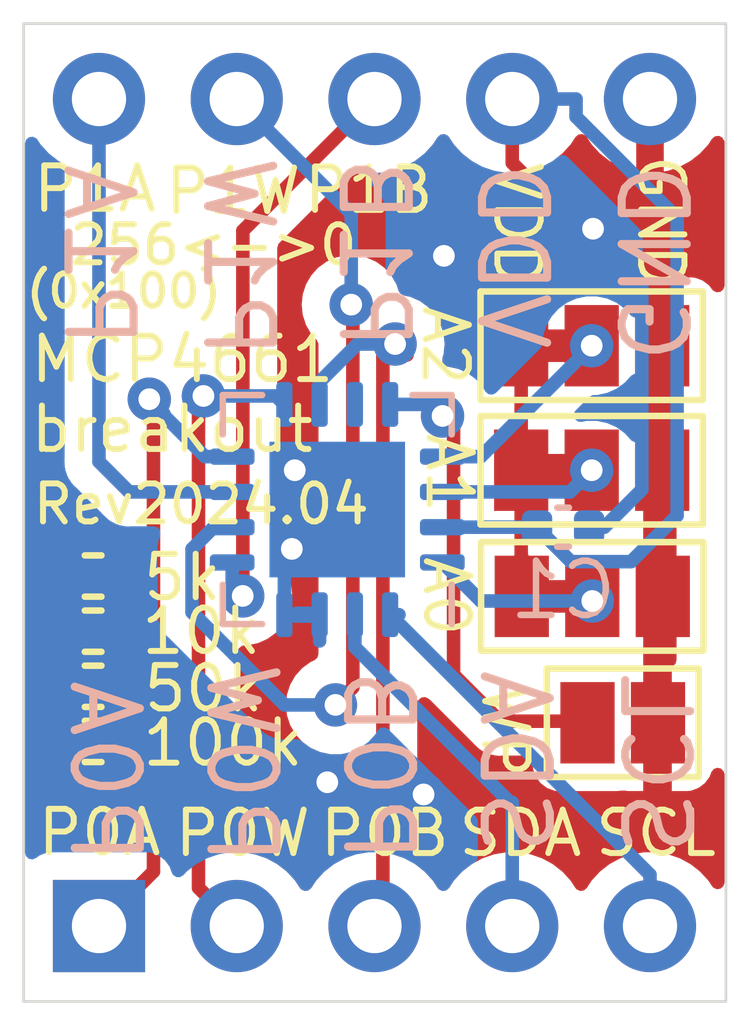
<source format=kicad_pcb>
(kicad_pcb (version 20221018) (generator pcbnew)
  (layers (0 "F.Cu" signal) (31 "B.Cu" signal) (34 "B.Paste" user) (35 "F.Paste" user) (36 "B.SilkS" user "B.Silkscreen") (37 "F.SilkS" user "F.Silkscreen") (38 "B.Mask" user) (39 "F.Mask" user) (44 "Edge.Cuts" user))
  (net 0 "")
  (net 1 "/A1")
  (net 2 "/P1A")
  (net 3 "/P1W")
  (net 4 "VDD")
  (net 5 "/SCL")
  (net 6 "/SDA")
  (net 7 "GND")
  (net 8 "/P1B")
  (net 9 "/P0A")
  (net 10 "/A0")
  (net 12 "/WP")
  (net 13 "/A2")
  (net 14 "/P0W")
  (net 15 "/P0B")
  (net 16 "Net-(R1-Pad1)")
  (net 17 "Net-(R1-Pad2)")
  (footprint "Resistor_SMD:R_0402_1005Metric" (layer "F.Cu") (at 151.382 78.232)
    (fp_text reference "R3" hide)
    (fp_text value "50k" (at 2.034 0.043) (layer "F.SilkS") (effects (font (size 0.8 0.8) (thickness 0.11))))
    (fp_line (start -0.153641 -0.38) (end 0.153641 -0.38) (stroke (width 0.12)) (layer "F.SilkS"))
    (fp_line (start -0.153641 0.38) (end 0.153641 0.38) (stroke (width 0.12)) (layer "F.SilkS"))
    (pad "1" smd roundrect (at -0.51 0) (size 0.54 0.64) (layers "F.Cu" "F.Paste" "F.Mask") (net 16 "Net-(R1-Pad1)"))
    (pad "2" smd roundrect (at 0.51 0) (size 0.54 0.64) (layers "F.Cu" "F.Paste" "F.Mask") (net 17 "Net-(R1-Pad2)"))
  )
  (footprint "asukiaaa-kicad-footprints:SolderJumper-3_P1.3mm_Bridged12_Pad1.0x1.5mm_without_1pad_marker" (layer "F.Cu") (at 160.575 71.956)
    (fp_text reference "JP3" hide)
    (fp_text value "A2" (at -2.7 -0.006 270 unlocked) (layer "F.SilkS") (effects (font (size 0.8 0.8) (thickness 0.11))))
    (fp_poly (pts (xy -0.9 -0.3) (xy -0.4 -0.3) (xy -0.4 0.3) (xy -0.9 0.3)) (fill solid) (layer "F.Cu"))
    (fp_line (start -2.05 -1) (end 2.05 -1) (stroke (width 0.12)) (layer "F.SilkS"))
    (fp_line (start -2.05 1) (end -2.05 -1) (stroke (width 0.12)) (layer "F.SilkS"))
    (fp_line (start 2.05 -1) (end 2.05 1) (stroke (width 0.12)) (layer "F.SilkS"))
    (fp_line (start 2.05 1) (end -2.05 1) (stroke (width 0.12)) (layer "F.SilkS"))
    (pad "1" smd rect (at -1.3 0) (size 1 1.5) (layers "F.Cu" "F.Mask") (net 4 "VDD"))
    (pad "2" smd rect (at 0 0) (size 1 1.5) (layers "F.Cu" "F.Mask") (net 13 "/A2"))
    (pad "3" smd rect (at 1.3 0) (size 1 1.5) (layers "F.Cu" "F.Mask") (net 7 "GND"))
  )
  (footprint "Resistor_SMD:R_0402_1005Metric" (layer "F.Cu") (at 151.382 76.2)
    (fp_text reference "R1" hide)
    (fp_text value "5k" (at 1.643 0.025) (layer "F.SilkS") (effects (font (size 0.8 0.8) (thickness 0.11))))
    (fp_line (start -0.153641 -0.38) (end 0.153641 -0.38) (stroke (width 0.12)) (layer "F.SilkS"))
    (fp_line (start -0.153641 0.38) (end 0.153641 0.38) (stroke (width 0.12)) (layer "F.SilkS"))
    (pad "1" smd roundrect (at -0.51 0) (size 0.54 0.64) (layers "F.Cu" "F.Paste" "F.Mask") (net 16 "Net-(R1-Pad1)"))
    (pad "2" smd roundrect (at 0.51 0) (size 0.54 0.64) (layers "F.Cu" "F.Paste" "F.Mask") (net 17 "Net-(R1-Pad2)"))
  )
  (footprint "asukiaaa-kicad-footprints:SolderJumper-3_P1.3mm_Bridged12_Pad1.0x1.5mm_without_1pad_marker" (layer "F.Cu") (at 160.575 74.25)
    (fp_text reference "JP2" hide)
    (fp_text value "A1" (at -2.625 0.05 270 unlocked) (layer "F.SilkS") (effects (font (size 0.8 0.8) (thickness 0.11))))
    (fp_poly (pts (xy -0.9 -0.3) (xy -0.4 -0.3) (xy -0.4 0.3) (xy -0.9 0.3)) (fill solid) (layer "F.Cu"))
    (fp_line (start -2.05 -1) (end 2.05 -1) (stroke (width 0.12)) (layer "F.SilkS"))
    (fp_line (start -2.05 1) (end -2.05 -1) (stroke (width 0.12)) (layer "F.SilkS"))
    (fp_line (start 2.05 -1) (end 2.05 1) (stroke (width 0.12)) (layer "F.SilkS"))
    (fp_line (start 2.05 1) (end -2.05 1) (stroke (width 0.12)) (layer "F.SilkS"))
    (pad "1" smd rect (at -1.3 0) (size 1 1.5) (layers "F.Cu" "F.Mask") (net 4 "VDD"))
    (pad "2" smd rect (at 0 0) (size 1 1.5) (layers "F.Cu" "F.Mask") (net 1 "/A1"))
    (pad "3" smd rect (at 1.3 0) (size 1 1.5) (layers "F.Cu" "F.Mask") (net 7 "GND"))
  )
  (footprint "asukiaaa-kicad-footprints:SolderJumper-3_P1.3mm_Bridged12_Pad1.0x1.5mm_without_1pad_marker" (layer "F.Cu") (at 160.586 76.575)
    (fp_text reference "JP1" hide)
    (fp_text value "A0" (at -2.686 0 270 unlocked) (layer "F.SilkS") (effects (font (size 0.8 0.8) (thickness 0.11))))
    (fp_poly (pts (xy -0.9 -0.3) (xy -0.4 -0.3) (xy -0.4 0.3) (xy -0.9 0.3)) (fill solid) (layer "F.Cu"))
    (fp_line (start -2.05 -1) (end 2.05 -1) (stroke (width 0.12)) (layer "F.SilkS"))
    (fp_line (start -2.05 1) (end -2.05 -1) (stroke (width 0.12)) (layer "F.SilkS"))
    (fp_line (start 2.05 -1) (end 2.05 1) (stroke (width 0.12)) (layer "F.SilkS"))
    (fp_line (start 2.05 1) (end -2.05 1) (stroke (width 0.12)) (layer "F.SilkS"))
    (pad "1" smd rect (at -1.3 0) (size 1 1.5) (layers "F.Cu" "F.Mask") (net 4 "VDD"))
    (pad "2" smd rect (at 0 0) (size 1 1.5) (layers "F.Cu" "F.Mask") (net 10 "/A0"))
    (pad "3" smd rect (at 1.3 0) (size 1 1.5) (layers "F.Cu" "F.Mask") (net 7 "GND"))
  )
  (footprint "Resistor_SMD:R_0402_1005Metric" (layer "F.Cu") (at 151.382 77.216)
    (fp_text reference "R2" hide)
    (fp_text value "10k" (at 1.993 0) (layer "F.SilkS") (effects (font (size 0.8 0.8) (thickness 0.11))))
    (fp_line (start -0.153641 -0.38) (end 0.153641 -0.38) (stroke (width 0.12)) (layer "F.SilkS"))
    (fp_line (start -0.153641 0.38) (end 0.153641 0.38) (stroke (width 0.12)) (layer "F.SilkS"))
    (pad "1" smd roundrect (at -0.51 0) (size 0.54 0.64) (layers "F.Cu" "F.Paste" "F.Mask") (net 16 "Net-(R1-Pad1)"))
    (pad "2" smd roundrect (at 0.51 0) (size 0.54 0.64) (layers "F.Cu" "F.Paste" "F.Mask") (net 17 "Net-(R1-Pad2)"))
  )
  (footprint "Resistor_SMD:R_0402_1005Metric" (layer "F.Cu") (at 151.382 79.248)
    (fp_text reference "R4" hide)
    (fp_text value "100k" (at 2.393 0.027) (layer "F.SilkS") (effects (font (size 0.8 0.8) (thickness 0.11))))
    (fp_line (start -0.153641 -0.38) (end 0.153641 -0.38) (stroke (width 0.12)) (layer "F.SilkS"))
    (fp_line (start -0.153641 0.38) (end 0.153641 0.38) (stroke (width 0.12)) (layer "F.SilkS"))
    (pad "1" smd roundrect (at -0.51 0) (size 0.54 0.64) (layers "F.Cu" "F.Paste" "F.Mask") (net 16 "Net-(R1-Pad1)"))
    (pad "2" smd roundrect (at 0.51 0) (size 0.54 0.64) (layers "F.Cu" "F.Paste" "F.Mask") (net 17 "Net-(R1-Pad2)"))
  )
  (footprint "Jumper:SolderJumper-2_P1.3mm_Open_Pad1.0x1.5mm" (layer "F.Cu") (at 161.148 78.904)
    (fp_text reference "JP5" hide)
    (fp_text value "WP" (at -2.173 0.152 270 unlocked) (layer "F.SilkS") (effects (font (size 0.8 0.8) (thickness 0.11))))
    (fp_line (start -1.4 -1) (end 1.4 -1) (stroke (width 0.12)) (layer "F.SilkS"))
    (fp_line (start -1.4 1) (end -1.4 -1) (stroke (width 0.12)) (layer "F.SilkS"))
    (fp_line (start 1.4 -1) (end 1.4 1) (stroke (width 0.12)) (layer "F.SilkS"))
    (fp_line (start 1.4 1) (end -1.4 1) (stroke (width 0.12)) (layer "F.SilkS"))
    (pad "1" smd rect (at -0.65 0) (size 1 1.5) (layers "F.Cu" "F.Mask") (net 12 "/WP"))
    (pad "2" smd rect (at 0.65 0) (size 1 1.5) (layers "F.Cu" "F.Mask") (net 7 "GND"))
  )
  (footprint "Capacitor_SMD:C_0402_1005Metric" (layer "B.Cu") (at 160.048 75.3)
    (fp_text reference "C1" (at 0 1.16 180) (layer "B.SilkS") (effects (font (thickness 0.12)) (justify mirror)))
    (fp_text value "0.1uf")
    (fp_line (start -0.107836 -0.36) (end 0.107836 -0.36) (stroke (width 0.12)) (layer "B.SilkS"))
    (fp_line (start -0.107836 0.36) (end 0.107836 0.36) (stroke (width 0.12)) (layer "B.SilkS"))
    (pad "1" smd roundrect (at -0.48 0) (size 0.56 0.62) (layers "B.Cu" "B.Paste" "B.Mask") (net 4 "VDD"))
    (pad "2" smd roundrect (at 0.48 0) (size 0.56 0.62) (layers "B.Cu" "B.Paste" "B.Mask") (net 7 "GND"))
  )
  (footprint "asukiaaa-kicad-footprints:PinHeader_1x05_P2.54mm_Vertical_without_lines_all_circles" (layer "B.Cu") (at 151.49 67.41 -90)
    (fp_text reference "J2" hide)
    (fp_text value "Conn_01x05" hide)
    (pad "1" thru_hole oval (at 0 0 270) (size 1.7 1.7) (drill 1) (layers "*.Cu" "*.Mask") (net 2 "/P1A"))
    (pad "2" thru_hole oval (at 0 -2.54 270) (size 1.7 1.7) (drill 1) (layers "*.Cu" "*.Mask") (net 3 "/P1W"))
    (pad "3" thru_hole oval (at 0 -5.08 270) (size 1.7 1.7) (drill 1) (layers "*.Cu" "*.Mask") (net 8 "/P1B"))
    (pad "4" thru_hole oval (at 0 -7.62 270) (size 1.7 1.7) (drill 1) (layers "*.Cu" "*.Mask") (net 4 "VDD"))
    (pad "5" thru_hole oval (at 0 -10.16 270) (size 1.7 1.7) (drill 1) (layers "*.Cu" "*.Mask") (net 7 "GND"))
  )
  (footprint "Package_DFN_QFN:QFN-16-1EP_4x4mm_P0.65mm_EP2.5x2.5mm" (layer "B.Cu") (at 155.8834 74.975 90)
    (fp_text reference "U1" hide)
    (fp_text value "MCP46x1_QFN" hide)
    (fp_line (start -2.11 -2.11) (end -2.11 -1.385) (stroke (width 0.12)) (layer "B.SilkS"))
    (fp_line (start -1.385 -2.11) (end -2.11 -2.11) (stroke (width 0.12)) (layer "B.SilkS"))
    (fp_line (start -1.385 2.11) (end -2.11 2.11) (stroke (width 0.12)) (layer "B.SilkS"))
    (fp_line (start 1.385 -2.11) (end 2.11 -2.11) (stroke (width 0.12)) (layer "B.SilkS"))
    (fp_line (start 1.385 2.11) (end 2.11 2.11) (stroke (width 0.12)) (layer "B.SilkS"))
    (fp_line (start 2.11 -2.11) (end 2.11 -1.385) (stroke (width 0.12)) (layer "B.SilkS"))
    (fp_line (start 2.11 2.11) (end 2.11 1.385) (stroke (width 0.12)) (layer "B.SilkS"))
    (pad "1" smd roundrect (at -1.9375 0.975 90) (size 0.825 0.3) (layers "B.Cu" "B.Paste" "B.Mask") (net 5 "/SCL"))
    (pad "2" smd roundrect (at -1.9375 0.325 90) (size 0.825 0.3) (layers "B.Cu" "B.Paste" "B.Mask") (net 6 "/SDA"))
    (pad "3" smd roundrect (at -1.9375 -0.325 90) (size 0.825 0.3) (layers "B.Cu" "B.Paste" "B.Mask") (net 7 "GND"))
    (pad "4" smd roundrect (at -1.9375 -0.975 90) (size 0.825 0.3) (layers "B.Cu" "B.Paste" "B.Mask") (net 7 "GND"))
    (pad "5" smd roundrect (at -0.975 -1.9375 90) (size 0.3 0.825) (layers "B.Cu" "B.Paste" "B.Mask") (net 8 "/P1B"))
    (pad "6" smd roundrect (at -0.325 -1.9375 90) (size 0.3 0.825) (layers "B.Cu" "B.Paste" "B.Mask") (net 3 "/P1W"))
    (pad "7" smd roundrect (at 0.325 -1.9375 90) (size 0.3 0.825) (layers "B.Cu" "B.Paste" "B.Mask") (net 2 "/P1A"))
    (pad "8" smd roundrect (at 0.975 -1.9375 90) (size 0.3 0.825) (layers "B.Cu" "B.Paste" "B.Mask") (net 9 "/P0A"))
    (pad "9" smd roundrect (at 1.9375 -0.975 90) (size 0.825 0.3) (layers "B.Cu" "B.Paste" "B.Mask") (net 14 "/P0W"))
    (pad "10" smd roundrect (at 1.9375 -0.325 90) (size 0.825 0.3) (layers "B.Cu" "B.Paste" "B.Mask") (net 15 "/P0B"))
    (pad "11" smd roundrect (at 1.9375 0.325 90) (size 0.825 0.3) (layers "B.Cu" "B.Paste" "B.Mask"))
    (pad "12" smd roundrect (at 1.9375 0.975 90) (size 0.825 0.3) (layers "B.Cu" "B.Paste" "B.Mask") (net 12 "/WP"))
    (pad "13" smd roundrect (at 0.975 1.9375 90) (size 0.3 0.825) (layers "B.Cu" "B.Paste" "B.Mask") (net 13 "/A2"))
    (pad "14" smd roundrect (at 0.325 1.9375 90) (size 0.3 0.825) (layers "B.Cu" "B.Paste" "B.Mask") (net 1 "/A1"))
    (pad "15" smd roundrect (at -0.325 1.9375 90) (size 0.3 0.825) (layers "B.Cu" "B.Paste" "B.Mask") (net 4 "VDD"))
    (pad "16" smd roundrect (at -0.975 1.9375 90) (size 0.3 0.825) (layers "B.Cu" "B.Paste" "B.Mask") (net 10 "/A0"))
    (pad "17" smd rect (at 0 0 90) (size 2.5 2.5) (layers "B.Cu" "B.Mask") (net 7 "GND"))
  )
  (footprint "asukiaaa-kicad-footprints:PinHeader_1x05_P2.54mm_Vertical_without_lines" (layer "B.Cu") (at 151.49 82.65 -90)
    (fp_text reference "J1" hide)
    (fp_text value "Conn_01x05" hide)
    (pad "1" thru_hole rect (at 0 0 270) (size 1.7 1.7) (drill 1) (layers "*.Cu" "*.Mask") (net 9 "/P0A"))
    (pad "2" thru_hole oval (at 0 -2.54 270) (size 1.7 1.7) (drill 1) (layers "*.Cu" "*.Mask") (net 14 "/P0W"))
    (pad "3" thru_hole oval (at 0 -5.08 270) (size 1.7 1.7) (drill 1) (layers "*.Cu" "*.Mask") (net 15 "/P0B"))
    (pad "4" thru_hole oval (at 0 -7.62 270) (size 1.7 1.7) (drill 1) (layers "*.Cu" "*.Mask") (net 6 "/SDA"))
    (pad "5" thru_hole oval (at 0 -10.16 270) (size 1.7 1.7) (drill 1) (layers "*.Cu" "*.Mask") (net 5 "/SCL"))
  )
  (gr_line (start 163.05 66.02) (end 150.1 66.02) (stroke (width 0.05)) (layer "Edge.Cuts"))
  (gr_line (start 163.05 84.04) (end 163.05 66.02) (stroke (width 0.05)) (layer "Edge.Cuts"))
  (gr_line (start 150.1 84.04) (end 163.05 84.04) (stroke (width 0.05)) (layer "Edge.Cuts"))
  (gr_line (start 150.1 66.02) (end 150.1 84.04) (stroke (width 0.05)) (layer "Edge.Cuts"))
  (gr_text "P0A" (at 151.59 79.81 270) (layer "B.SilkS") (effects (font (size 1.2 1.2)) (justify mirror)))
  (gr_text "SDA" (at 159.15 79.62 270) (layer "B.SilkS") (effects (font (size 1.2 1.2)) (justify mirror)))
  (gr_text "GND" (at 161.675 70.425 270) (layer "B.SilkS") (effects (font (size 1.2 1.2)) (justify mirror)))
  (gr_text "VDD" (at 159.1 70.3 270) (layer "B.SilkS") (effects (font (size 1.2 1.2)) (justify mirror)))
  (gr_text "P0B" (at 156.63 79.7 270) (layer "B.SilkS") (effects (font (size 1.2 1.2)) (justify mirror)))
  (gr_text "P1A" (at 151.475 70.3 270) (layer "B.SilkS") (effects (font (size 1.2 1.2)) (justify mirror)))
  (gr_text "P0W" (at 154.11 79.66 270) (layer "B.SilkS") (effects (font (size 1.2 1.2)) (justify mirror)))
  (gr_text "P1B" (at 156.55 70.255 270) (layer "B.SilkS") (effects (font (size 1.2 1.2)) (justify mirror)))
  (gr_text "P1W" (at 154.05 70.325 270) (layer "B.SilkS") (effects (font (size 1.2 1.2)) (justify mirror)))
  (gr_text "SCL" (at 161.74 79.66 270) (layer "B.SilkS") (effects (font (size 1.2 1.2)) (justify mirror)))
  (gr_text "VDD" (at 159.2 69.725 270) (layer "F.SilkS") (effects (font (size 0.8 0.8) (thickness 0.11))))
  (gr_text "P1A" (at 151.414 69.068) (layer "F.SilkS") (effects (font (size 0.8 0.8) (thickness 0.11))))
  (gr_text "P0A" (at 151.5 80.925) (layer "F.SilkS") (effects (font (size 0.8 0.8) (thickness 0.11))))
  (gr_text "Rev2024.04" (at 153.375 74.875) (layer "F.SilkS") (effects (font (size 0.7 0.7) (thickness 0.11))))
  (gr_text "P1B" (at 156.464 69.088) (layer "F.SilkS") (effects (font (size 0.8 0.8) (thickness 0.11))))
  (gr_text "256<->0" (at 153.6 70.1) (layer "F.SilkS") (effects (font (size 0.7 0.7) (thickness 0.11))))
  (gr_text "MCP4661\nbreakout" (at 150.175 72.85) (layer "F.SilkS") (effects (font (size 0.8 0.8) (thickness 0.11)) (justify left)))
  (gr_text "P0B" (at 156.76 80.94) (layer "F.SilkS") (effects (font (size 0.8 0.8) (thickness 0.11))))
  (gr_text "SCL" (at 161.76 80.94) (layer "F.SilkS") (effects (font (size 0.8 0.8) (thickness 0.11))))
  (gr_text "SDA" (at 159.26 80.94) (layer "F.SilkS") (effects (font (size 0.8 0.8) (thickness 0.11))))
  (gr_text "(0x100)" (at 151.95 70.95) (layer "F.SilkS") (effects (font (size 0.6 0.6) (thickness 0.11) bold)))
  (gr_text "P1W" (at 153.964 69.108) (layer "F.SilkS") (effects (font (size 0.8 0.8) (thickness 0.11))))
  (gr_text "GND" (at 161.85 69.675 270) (layer "F.SilkS") (effects (font (size 0.8 0.8) (thickness 0.11))))
  (gr_text "P0W" (at 154.14 80.94) (layer "F.SilkS") (effects (font (size 0.8 0.8) (thickness 0.11))))
  (segment (start 160.618959 74.547589) (end 160.575 74.591548) (width 0.25) (layer "F.Cu") (net 1))
  (segment (start 160.575 74.591548) (end 160.575 74.594) (width 0.25) (layer "F.Cu") (net 1))
  (via (at 160.575 74.25) (size 0.8) (drill 0.4) (layers "F.Cu" "B.Cu") (net 1))
  (segment (start 160.575 74.25) (end 160.175 74.65) (width 0.25) (layer "B.Cu") (net 1))
  (segment (start 160.175 74.65) (end 157.8209 74.65) (width 0.25) (layer "B.Cu") (net 1))
  (segment (start 151.49 67.41) (end 151.49 74.0937) (width 0.25) (layer "B.Cu") (net 2))
  (segment (start 151.49 74.0937) (end 152.0463 74.65) (width 0.25) (layer "B.Cu") (net 2))
  (segment (start 152.0463 74.65) (end 153.9459 74.65) (width 0.25) (layer "B.Cu") (net 2))
  (segment (start 155.85 78.575) (end 156.1709 78.2541) (width 0.25) (layer "F.Cu") (net 3))
  (segment (start 156.1709 71.228999) (end 156.141241 71.19934) (width 0.25) (layer "F.Cu") (net 3))
  (segment (start 156.1709 78.2541) (end 156.1709 71.228999) (width 0.25) (layer "F.Cu") (net 3))
  (via (at 155.85 78.575) (size 0.8) (drill 0.4) (layers "F.Cu" "B.Cu") (net 3))
  (via (at 156.141241 71.19934) (size 0.8) (drill 0.4) (layers "F.Cu" "B.Cu") (net 3))
  (segment (start 156.141241 71.19934) (end 156.141241 69.521241) (width 0.25) (layer "B.Cu") (net 3))
  (segment (start 153.2062 76.8681) (end 153.2062 75.7011) (width 0.25) (layer "B.Cu") (net 3))
  (segment (start 153.2062 75.7011) (end 153.6073 75.3) (width 0.25) (layer "B.Cu") (net 3))
  (segment (start 155.85 78.575) (end 154.9131 78.575) (width 0.25) (layer "B.Cu") (net 3))
  (segment (start 153.6073 75.3) (end 153.9459 75.3) (width 0.25) (layer "B.Cu") (net 3))
  (segment (start 154.9131 78.575) (end 153.2062 76.8681) (width 0.25) (layer "B.Cu") (net 3))
  (segment (start 156.141241 69.521241) (end 154.03 67.41) (width 0.25) (layer "B.Cu") (net 3))
  (segment (start 159.286 75.8421) (end 159.275 75.8311) (width 0.25) (layer "F.Cu") (net 4))
  (segment (start 159.275 68.7519) (end 159.275 72.3) (width 0.25) (layer "F.Cu") (net 4))
  (segment (start 159.286 76.919) (end 159.286 75.8421) (width 0.25) (layer "F.Cu") (net 4))
  (segment (start 159.275 72.3) (end 159.275 74.594) (width 0.25) (layer "F.Cu") (net 4))
  (segment (start 159.11 68.5869) (end 159.275 68.7519) (width 0.25) (layer "F.Cu") (net 4))
  (segment (start 159.275 75.8311) (end 159.275 74.594) (width 0.25) (layer "F.Cu") (net 4))
  (segment (start 159.11 67.41) (end 159.11 68.5869) (width 0.25) (layer "F.Cu") (net 4))
  (segment (start 159.568 75.31149) (end 159.568 75.3) (width 0.25) (layer "B.Cu") (net 4))
  (segment (start 160.2869 67.7381) (end 162.15 69.6012) (width 0.25) (layer "B.Cu") (net 4))
  (segment (start 160.19151 75.935) (end 159.568 75.31149) (width 0.25) (layer "B.Cu") (net 4))
  (segment (start 162.15 75.086) (end 161.301 75.935) (width 0.25) (layer "B.Cu") (net 4))
  (segment (start 160.2869 67.41) (end 160.2869 67.7381) (width 0.25) (layer "B.Cu") (net 4))
  (segment (start 162.15 69.6012) (end 162.15 75.086) (width 0.25) (layer "B.Cu") (net 4))
  (segment (start 159.11 67.41) (end 160.2869 67.41) (width 0.25) (layer "B.Cu") (net 4))
  (segment (start 157.8209 75.3) (end 159.568 75.3) (width 0.25) (layer "B.Cu") (net 4))
  (segment (start 161.301 75.935) (end 160.19151 75.935) (width 0.25) (layer "B.Cu") (net 4))
  (segment (start 157.0221 76.9125) (end 156.8584 76.9125) (width 0.25) (layer "B.Cu") (net 5))
  (segment (start 156.8584 76.9125) (end 161.65 81.7041) (width 0.25) (layer "B.Cu") (net 5))
  (segment (start 161.65 81.7041) (end 161.65 82.65) (width 0.25) (layer "B.Cu") (net 5))
  (segment (start 159.11 80.412) (end 159.11 82.65) (width 0.25) (layer "B.Cu") (net 6))
  (segment (start 156.2084 77.5104) (end 159.11 80.412) (width 0.25) (layer "B.Cu") (net 6))
  (segment (start 156.2084 76.9125) (end 156.2084 77.5104) (width 0.25) (layer "B.Cu") (net 6))
  (segment (start 159.11 80.37) (end 159.11 80.412) (width 0.25) (layer "B.Cu") (net 6))
  (segment (start 161.55 80.875) (end 161.65 80.775) (width 0.25) (layer "F.Cu") (net 7))
  (segment (start 157.475 80.225) (end 158.125 80.875) (width 0.25) (layer "F.Cu") (net 7))
  (segment (start 158.125 80.875) (end 161.55 80.875) (width 0.25) (layer "F.Cu") (net 7))
  (segment (start 161.65 80.775) (end 161.65 67.41) (width 0.25) (layer "F.Cu") (net 7))
  (via (at 157.475 80.225) (size 0.8) (drill 0.4) (layers "F.Cu" "B.Cu") (net 7))
  (via (at 157.85 70.3) (size 0.8) (drill 0.4) (layers "F.Cu" "B.Cu") (net 7))
  (via (at 155.0459 75.7) (size 0.8) (drill 0.4) (layers "F.Cu" "B.Cu") (net 7))
  (via (at 155.7 80) (size 0.8) (drill 0.4) (layers "F.Cu" "B.Cu") (net 7))
  (via (at 155.1 74.25) (size 0.8) (drill 0.4) (layers "F.Cu" "B.Cu") (net 7))
  (via (at 160.6 69.8) (size 0.8) (drill 0.4) (layers "F.Cu" "B.Cu") (net 7))
  (segment (start 155.0459 75.7) (end 155.1584 75.7) (width 0.25) (layer "B.Cu") (net 7))
  (segment (start 157.9425 81.1757) (end 157.9425 80.6925) (width 0.25) (layer "B.Cu") (net 7))
  (segment (start 160.6 69.8) (end 161.5 70.7) (width 0.25) (layer "B.Cu") (net 7))
  (segment (start 155.5584 76.9125) (end 154.9084 76.9125) (width 0.25) (layer "B.Cu") (net 7))
  (segment (start 154.9084 75.95) (end 155.0459 75.8125) (width 0.25) (layer "B.Cu") (net 7))
  (segment (start 155.5584 76.9125) (end 155.5584 77.3957) (width 0.25) (layer "B.Cu") (net 7))
  (segment (start 155.0459 75.8125) (end 155.0459 75.7) (width 0.25) (layer "B.Cu") (net 7))
  (segment (start 154.9084 76.9125) (end 154.9084 75.95) (width 0.25) (layer "B.Cu") (net 7))
  (segment (start 157.9425 80.6925) (end 157.475 80.225) (width 0.25) (layer "B.Cu") (net 7))
  (segment (start 160.807999 75.3) (end 160.528 75.3) (width 0.25) (layer "B.Cu") (net 7))
  (segment (start 161.5 70.7) (end 161.5 74.607999) (width 0.25) (layer "B.Cu") (net 7))
  (segment (start 155.1584 75.7) (end 155.8834 74.975) (width 0.25) (layer "B.Cu") (net 7))
  (segment (start 161.5 74.607999) (end 160.807999 75.3) (width 0.25) (layer "B.Cu") (net 7))
  (segment (start 154.140165 76.566644) (end 154.1429 76.563909) (width 0.25) (layer "F.Cu") (net 8))
  (segment (start 154.1429 76.563909) (end 154.1429 69.8371) (width 0.25) (layer "F.Cu") (net 8))
  (segment (start 154.1429 69.8371) (end 156.57 67.41) (width 0.25) (layer "F.Cu") (net 8))
  (via (at 154.140165 76.566644) (size 0.8) (drill 0.4) (layers "F.Cu" "B.Cu") (net 8))
  (segment (start 154.140165 76.566644) (end 153.9459 76.372379) (width 0.25) (layer "B.Cu") (net 8))
  (segment (start 153.9459 76.372379) (end 153.9459 75.95) (width 0.25) (layer "B.Cu") (net 8))
  (segment (start 152.417783 72.941237) (end 152.495021 73.018475) (width 0.25) (layer "F.Cu") (net 9))
  (segment (start 152.495021 73.018475) (end 152.495021 81.644979) (width 0.25) (layer "F.Cu") (net 9))
  (segment (start 152.495021 81.644979) (end 151.49 82.65) (width 0.25) (layer "F.Cu") (net 9))
  (via (at 152.417783 72.941237) (size 0.8) (drill 0.4) (layers "F.Cu" "B.Cu") (net 9))
  (segment (start 152.6891 73.212554) (end 152.6891 73.2422) (width 0.25) (layer "B.Cu") (net 9))
  (segment (start 152.417783 72.941237) (end 152.6891 73.212554) (width 0.25) (layer "B.Cu") (net 9))
  (segment (start 152.6891 73.2422) (end 153.4469 74) (width 0.25) (layer "B.Cu") (net 9))
  (segment (start 153.4469 74) (end 153.9459 74) (width 0.25) (layer "B.Cu") (net 9))
  (via (at 160.586 76.66) (size 0.8) (drill 0.4) (layers "F.Cu" "B.Cu") (net 10))
  (segment (start 158.5309 76.66) (end 157.8209 75.95) (width 0.25) (layer "B.Cu") (net 10))
  (segment (start 160.586 76.66) (end 158.5309 76.66) (width 0.25) (layer "B.Cu") (net 10))
  (segment (start 160.125 78.875) (end 160.498 79.248) (width 0.25) (layer "F.Cu") (net 12))
  (segment (start 158.885 78.875) (end 160.125 78.875) (width 0.25) (layer "F.Cu") (net 12))
  (segment (start 158.028196 78.018196) (end 158.885 78.875) (width 0.25) (layer "F.Cu") (net 12))
  (segment (start 157.825 73.25) (end 158.028196 73.453196) (width 0.25) (layer "F.Cu") (net 12))
  (segment (start 158.028196 73.453196) (end 158.028196 78.018196) (width 0.25) (layer "F.Cu") (net 12))
  (via (at 157.825 73.25) (size 0.8) (drill 0.4) (layers "F.Cu" "B.Cu") (net 12))
  (segment (start 157.825 73.25) (end 157.6125 73.0375) (width 0.25) (layer "B.Cu") (net 12))
  (segment (start 157.6125 73.0375) (end 156.8584 73.0375) (width 0.25) (layer "B.Cu") (net 12))
  (via (at 160.575 71.956) (size 0.8) (drill 0.4) (layers "F.Cu" "B.Cu") (net 13))
  (segment (start 158.531 74) (end 157.8209 74) (width 0.25) (layer "B.Cu") (net 13))
  (segment (start 160.575 71.956) (end 158.531 74) (width 0.25) (layer "B.Cu") (net 13))
  (segment (start 153.325 81.945) (end 153.325 72.9725) (width 0.25) (layer "F.Cu") (net 14))
  (segment (start 154.03 82.65) (end 153.325 81.945) (width 0.25) (layer "F.Cu") (net 14))
  (segment (start 153.325 72.9725) (end 153.416 72.8815) (width 0.25) (layer "F.Cu") (net 14))
  (via (at 153.416 72.8815) (size 0.8) (drill 0.4) (layers "F.Cu" "B.Cu") (net 14))
  (segment (start 154.7524 72.8815) (end 154.9084 73.0375) (width 0.25) (layer "B.Cu") (net 14))
  (segment (start 153.416 72.8815) (end 154.7524 72.8815) (width 0.25) (layer "B.Cu") (net 14))
  (segment (start 156.969838 71.92434) (end 157.1709 72.125402) (width 0.25) (layer "F.Cu") (net 15))
  (segment (start 156.95 71.92434) (end 156.725 72.14934) (width 0.25) (layer "F.Cu") (net 15))
  (segment (start 156.725 82.495) (end 156.57 82.65) (width 0.25) (layer "F.Cu") (net 15))
  (segment (start 156.725 72.14934) (end 156.725 82.495) (width 0.25) (layer "F.Cu") (net 15))
  (segment (start 156.95 71.92434) (end 156.969838 71.92434) (width 0.25) (layer "F.Cu") (net 15))
  (via (at 156.95 71.92434) (size 0.8) (drill 0.4) (layers "F.Cu" "B.Cu") (net 15))
  (segment (start 156.95 71.92434) (end 156.25616 71.92434) (width 0.25) (layer "B.Cu") (net 15))
  (segment (start 156.25616 71.92434) (end 155.5584 72.6221) (width 0.25) (layer "B.Cu") (net 15))
  (segment (start 155.5584 72.6221) (end 155.5584 73.0375) (width 0.25) (layer "B.Cu") (net 15))
  (segment (start 150.872 76.2) (end 150.872 79.248) (width 0.25) (layer "F.Cu") (net 16))
  (segment (start 151.892 76.2) (end 151.892 79.248) (width 0.25) (layer "F.Cu") (net 17))
  (zone (net 7) (net_name "GND") (layers "F&B.Cu") (connect_pads (clearance 0.508)) (min_thickness 0.254) (fill yes (thermal_gap 0.508) (thermal_bridge_width 0.508))
    (polygon (pts (xy 150.07 84) (xy 150.07 65.975) (xy 163.05 65.975) (xy 163.05 84)))
  )
)
</source>
